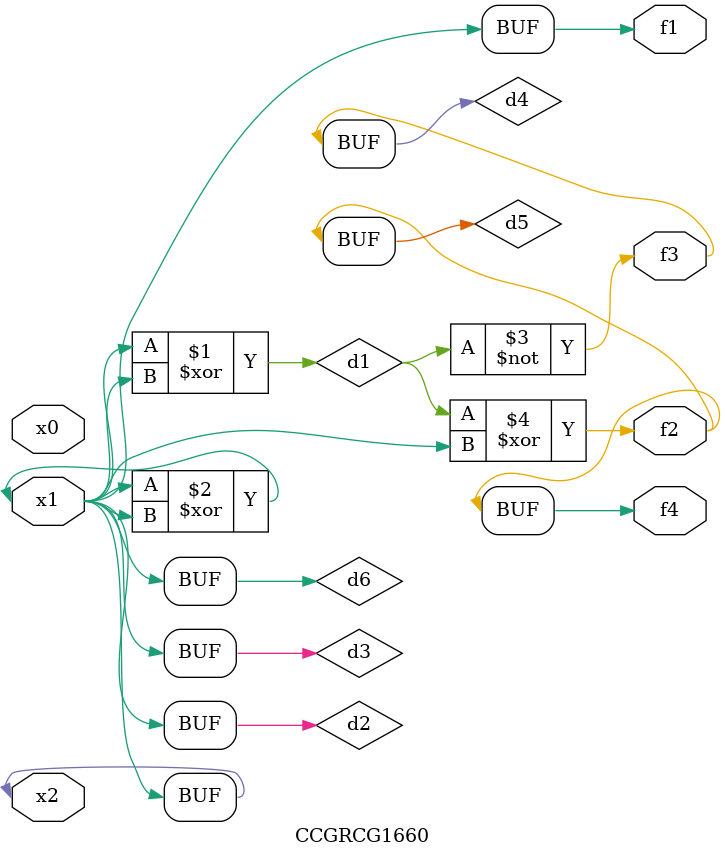
<source format=v>
module CCGRCG1660(
	input x0, x1, x2,
	output f1, f2, f3, f4
);

	wire d1, d2, d3, d4, d5, d6;

	xor (d1, x1, x2);
	buf (d2, x1, x2);
	xor (d3, x1, x2);
	nor (d4, d1);
	xor (d5, d1, d2);
	buf (d6, d2, d3);
	assign f1 = d6;
	assign f2 = d5;
	assign f3 = d4;
	assign f4 = d5;
endmodule

</source>
